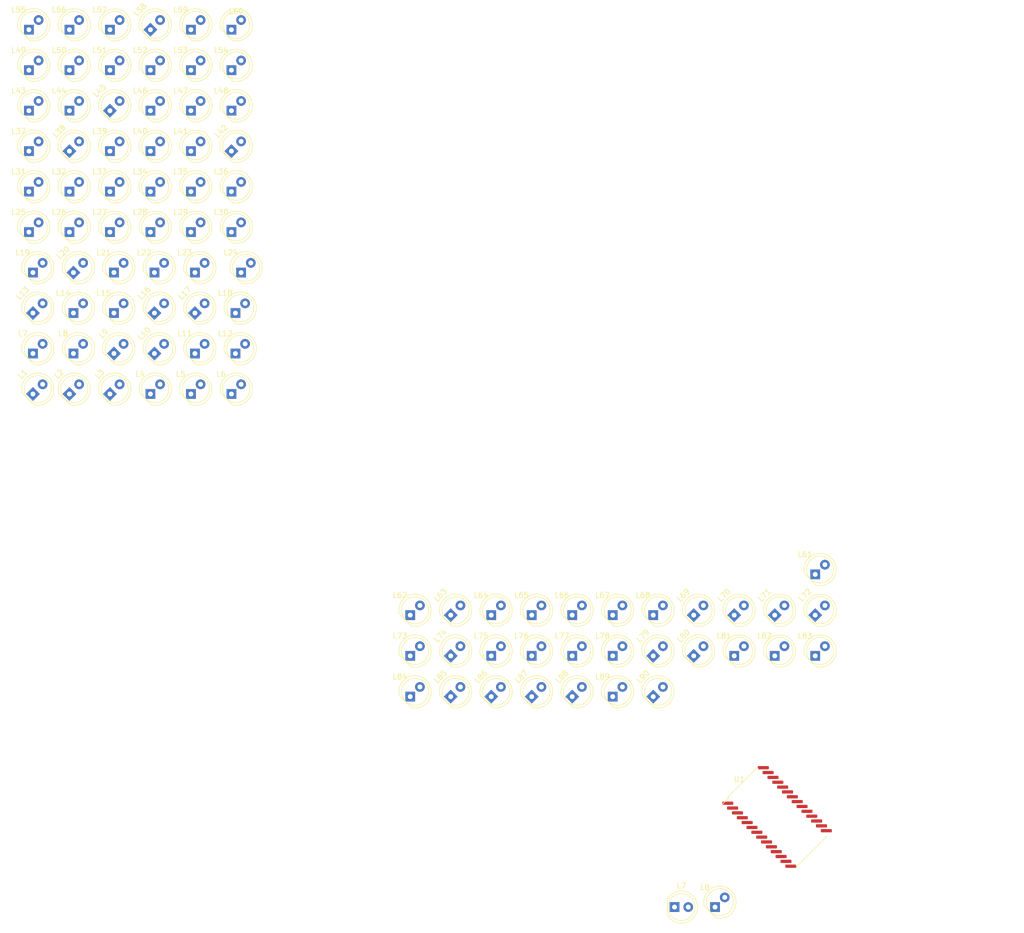
<source format=kicad_pcb>
(kicad_pcb (version 20221018) (generator pcbnew)
  (layers (0 "F.Cu" signal) (31 "B.Cu" signal) (34 "B.Paste" user) (35 "F.Paste" user) (36 "B.SilkS" user "B.Silkscreen") (37 "F.SilkS" user "F.Silkscreen") (38 "B.Mask" user) (39 "F.Mask" user) (44 "Edge.Cuts" user))
  (net 0 "")
  (net 1 "/col_1")
  (net 2 "/row_1")
  (net 3 "/row_2")
  (net 4 "/row_3")
  (net 5 "/row_4")
  (net 6 "/row_5")
  (net 7 "/row_6")
  (net 8 "/row_7")
  (net 9 "/eg8")
  (net 10 "/col_12")
  (net 11 "/col_13")
  (net 12 "/col_14")
  (net 13 "/col_15")
  (net 14 "/col_16")
  (net 15 "GND")
  (net 16 "/din")
  (net 17 "/sclk")
  (net 18 "+5V")
  (net 19 "/col_2")
  (net 20 "/col_3")
  (net 21 "/col_4")
  (net 22 "/col_5")
  (net 23 "/col_6")
  (net 24 "/col_7")
  (net 25 "/col_8")
  (net 26 "/col_9")
  (net 27 "/col_10")
  (net 28 "/col_11")
  (footprint "oomlout_oomp_footprints:l5_7297cd_electronic_led_5_mm" (layer "F.Cu") (at 23.82 20.32 45)
    (fp_text reference "L74" (at 1.27 -3.96 45) (layer "F.SilkS"))
    (fp_text value "l5_electronic_led_5_mm")
    (pad "1" thru_hole rect (at 0 0 45) (size 1.8 1.8) (drill 0.9) (layers "*.Cu" "*.Mask") (net 11 "/col_13"))
    (pad "2" thru_hole circle (at 2.54 0 45) (size 1.8 1.8) (drill 0.9) (layers "*.Cu" "*.Mask") (net 3 "/row_2"))
  )
  (footprint "oomlout_oomp_footprints:l5_7297cd_electronic_led_5_mm" (layer "F.Cu") (at -23.552102 -43.203949 45)
    (fp_text reference "L17" (at 1.27 -3.96 45) (layer "F.SilkS"))
    (fp_text value "l5_electronic_led_5_mm")
    (pad "1" thru_hole rect (at 0 0 45) (size 1.8 1.8) (drill 0.9) (layers "*.Cu" "*.Mask") (net 20 "/col_3"))
    (pad "2" thru_hole circle (at 2.54 0 45) (size 1.8 1.8) (drill 0.9) (layers "*.Cu" "*.Mask") (net 6 "/row_5"))
  )
  (footprint "oomlout_oomp_footprints:l5_7297cd_electronic_led_5_mm" (layer "F.Cu") (at 46.32 27.87 45)
    (fp_text reference "L88" (at 1.27 -3.96 45) (layer "F.SilkS"))
    (fp_text value "l5_electronic_led_5_mm")
    (pad "1" thru_hole rect (at 0 0 45) (size 1.8 1.8) (drill 0.9) (layers "*.Cu" "*.Mask") (net 13 "/col_15"))
    (pad "2" thru_hole circle (at 2.54 0 45) (size 1.8 1.8) (drill 0.9) (layers "*.Cu" "*.Mask") (net 5 "/row_4"))
  )
  (footprint "oomlout_oomp_footprints:l5_7297cd_electronic_led_5_mm" (layer "F.Cu") (at 61.32 27.87 45)
    (fp_text reference "L90" (at 1.27 -3.96 45) (layer "F.SilkS"))
    (fp_text value "l5_electronic_led_5_mm")
    (pad "1" thru_hole rect (at 0 0 45) (size 1.8 1.8) (drill 0.9) (layers "*.Cu" "*.Mask") (net 13 "/col_15"))
    (pad "2" thru_hole circle (at 2.54 0 45) (size 1.8 1.8) (drill 0.9) (layers "*.Cu" "*.Mask") (net 7 "/row_6"))
  )
  (footprint "oomlout_oomp_footprints:l5_7297cd_electronic_led_5_mm" (layer "F.Cu") (at -31.052102 -35.703949 45)
    (fp_text reference "L10" (at 1.27 -3.96 45) (layer "F.SilkS"))
    (fp_text value "l5_electronic_led_5_mm")
    (pad "1" thru_hole rect (at 0 0 45) (size 1.8 1.8) (drill 0.9) (layers "*.Cu" "*.Mask") (net 19 "/col_2"))
    (pad "2" thru_hole circle (at 2.54 0 45) (size 1.8 1.8) (drill 0.9) (layers "*.Cu" "*.Mask") (net 5 "/row_4"))
  )
  (footprint "oomlout_oomp_footprints:l5_7297cd_electronic_led_5_mm" (layer "F.Cu") (at 76.32 12.77 45)
    (fp_text reference "L70" (at 1.27 -3.96 45) (layer "F.SilkS"))
    (fp_text value "l5_electronic_led_5_mm")
    (pad "1" thru_hole rect (at 0 0 45) (size 1.8 1.8) (drill 0.9) (layers "*.Cu" "*.Mask") (net 10 "/col_12"))
    (pad "2" thru_hole circle (at 2.54 0 45) (size 1.8 1.8) (drill 0.9) (layers "*.Cu" "*.Mask") (net 5 "/row_4"))
  )
  (footprint "oomlout_oomp_footprints:l5_7297cd_electronic_led_5_mm" (layer "F.Cu") (at 68.82 20.32 45)
    (fp_text reference "L80" (at 1.27 -3.96 45) (layer "F.SilkS"))
    (fp_text value "l5_electronic_led_5_mm")
    (pad "1" thru_hole rect (at 0 0 45) (size 1.8 1.8) (drill 0.9) (layers "*.Cu" "*.Mask") (net 12 "/col_14"))
    (pad "2" thru_hole circle (at 2.54 0 45) (size 1.8 1.8) (drill 0.9) (layers "*.Cu" "*.Mask") (net 3 "/row_2"))
  )
  (footprint "oomlout_oomp_footprints:l5_7297cd_electronic_led_5_mm" (layer "F.Cu") (at 65.27 66.865)
    (fp_text reference "L7" (at 1.27 -3.96) (layer "F.SilkS"))
    (fp_text value "l5_electronic_led_5_mm")
    (pad "1" thru_hole rect (at 0 0) (size 1.8 1.8) (drill 0.9) (layers "*.Cu" "*.Mask") (net 1 "/col_1"))
    (pad "2" thru_hole circle (at 2.54 0) (size 1.8 1.8) (drill 0.9) (layers "*.Cu" "*.Mask") (net 8 "/row_7"))
  )
  (footprint "oomlout_oomp_footprints:l5_7297cd_electronic_led_5_mm" (layer "F.Cu") (at -53.552102 -43.203949 45)
    (fp_text reference "L13" (at 1.27 -3.96 45) (layer "F.SilkS"))
    (fp_text value "l5_electronic_led_5_mm")
    (pad "1" thru_hole rect (at 0 0 45) (size 1.8 1.8) (drill 0.9) (layers "*.Cu" "*.Mask") (net 20 "/col_3"))
    (pad "2" thru_hole circle (at 2.54 0 45) (size 1.8 1.8) (drill 0.9) (layers "*.Cu" "*.Mask") (net 2 "/row_1"))
  )
  (footprint "oomlout_oomp_footprints:l5_7297cd_electronic_led_5_mm" (layer "F.Cu") (at -38.552102 -35.703949 45)
    (fp_text reference "L9" (at 1.27 -3.96 45) (layer "F.SilkS"))
    (fp_text value "l5_electronic_led_5_mm")
    (pad "1" thru_hole rect (at 0 0 45) (size 1.8 1.8) (drill 0.9) (layers "*.Cu" "*.Mask") (net 19 "/col_2"))
    (pad "2" thru_hole circle (at 2.54 0 45) (size 1.8 1.8) (drill 0.9) (layers "*.Cu" "*.Mask") (net 4 "/row_3"))
  )
  (footprint "oomlout_oomp_footprints:l5_7297cd_electronic_led_5_mm" (layer "F.Cu") (at 31.32 27.87 45)
    (fp_text reference "L86" (at 1.27 -3.96 45) (layer "F.SilkS"))
    (fp_text value "l5_electronic_led_5_mm")
    (pad "1" thru_hole rect (at 0 0 45) (size 1.8 1.8) (drill 0.9) (layers "*.Cu" "*.Mask") (net 13 "/col_15"))
    (pad "2" thru_hole circle (at 2.54 0 45) (size 1.8 1.8) (drill 0.9) (layers "*.Cu" "*.Mask") (net 3 "/row_2"))
  )
  (footprint "oomlout_oomp_footprints:l5_7297cd_electronic_led_5_mm" (layer "F.Cu") (at 83.82 12.77 45)
    (fp_text reference "L71" (at 1.27 -3.96 45) (layer "F.SilkS"))
    (fp_text value "l5_electronic_led_5_mm")
    (pad "1" thru_hole rect (at 0 0 45) (size 1.8 1.8) (drill 0.9) (layers "*.Cu" "*.Mask") (net 10 "/col_12"))
    (pad "2" thru_hole circle (at 2.54 0 45) (size 1.8 1.8) (drill 0.9) (layers "*.Cu" "*.Mask") (net 6 "/row_5"))
  )
  (footprint "oomlout_oomp_footprints:l5_7297cd_electronic_led_5_mm" (layer "F.Cu") (at 68.82 12.77 45)
    (fp_text reference "L69" (at 1.27 -3.96 45) (layer "F.SilkS"))
    (fp_text value "l5_electronic_led_5_mm")
    (pad "1" thru_hole rect (at 0 0 45) (size 1.8 1.8) (drill 0.9) (layers "*.Cu" "*.Mask") (net 10 "/col_12"))
    (pad "2" thru_hole circle (at 2.54 0 45) (size 1.8 1.8) (drill 0.9) (layers "*.Cu" "*.Mask") (net 4 "/row_3"))
  )
  (footprint "oomlout_oomp_footprints:l5_7297cd_electronic_led_5_mm" (layer "F.Cu") (at 91.32 12.77 45)
    (fp_text reference "L72" (at 1.27 -3.96 45) (layer "F.SilkS"))
    (fp_text value "l5_electronic_led_5_mm")
    (pad "1" thru_hole rect (at 0 0 45) (size 1.8 1.8) (drill 0.9) (layers "*.Cu" "*.Mask") (net 10 "/col_12"))
    (pad "2" thru_hole circle (at 2.54 0 45) (size 1.8 1.8) (drill 0.9) (layers "*.Cu" "*.Mask") (net 7 "/row_6"))
  )
  (footprint "oomlout_oomp_footprints:l5_7297cd_electronic_led_5_mm" (layer "F.Cu") (at 23.82 12.77 45)
    (fp_text reference "L63" (at 1.27 -3.96 45) (layer "F.SilkS"))
    (fp_text value "l5_electronic_led_5_mm")
    (pad "1" thru_hole rect (at 0 0 45) (size 1.8 1.8) (drill 0.9) (layers "*.Cu" "*.Mask") (net 28 "/col_11"))
    (pad "2" thru_hole circle (at 2.54 0 45) (size 1.8 1.8) (drill 0.9) (layers "*.Cu" "*.Mask") (net 4 "/row_3"))
  )
  (footprint "oomlout_oomp_footprints:l5_7297cd_electronic_led_5_mm" (layer "F.Cu") (at -46.052102 -50.703949 45)
    (fp_text reference "L20" (at 1.27 -3.96 45) (layer "F.SilkS"))
    (fp_text value "l5_electronic_led_5_mm")
    (pad "1" thru_hole rect (at 0 0 45) (size 1.8 1.8) (drill 0.9) (layers "*.Cu" "*.Mask") (net 21 "/col_4"))
    (pad "2" thru_hole circle (at 2.54 0 45) (size 1.8 1.8) (drill 0.9) (layers "*.Cu" "*.Mask") (net 3 "/row_2"))
  )
  (footprint "oomlout_oomp_footprints:l5_7297cd_electronic_led_5_mm" (layer "F.Cu") (at 38.82 27.87 45)
    (fp_text reference "L87" (at 1.27 -3.96 45) (layer "F.SilkS"))
    (fp_text value "l5_electronic_led_5_mm")
    (pad "1" thru_hole rect (at 0 0 45) (size 1.8 1.8) (drill 0.9) (layers "*.Cu" "*.Mask") (net 13 "/col_15"))
    (pad "2" thru_hole circle (at 2.54 0 45) (size 1.8 1.8) (drill 0.9) (layers "*.Cu" "*.Mask") (net 4 "/row_3"))
  )
  (footprint "oomlout_oomp_footprints:l5_7297cd_electronic_led_5_mm" (layer "F.Cu") (at -31.796051 -95.703949 45)
    (fp_text reference "L58" (at 1.27 -3.96 45) (layer "F.SilkS"))
    (fp_text value "l5_electronic_led_5_mm")
    (pad "1" thru_hole rect (at 0 0 45) (size 1.8 1.8) (drill 0.9) (layers "*.Cu" "*.Mask") (net 27 "/col_10"))
    (pad "2" thru_hole circle (at 2.54 0 45) (size 1.8 1.8) (drill 0.9) (layers "*.Cu" "*.Mask") (net 5 "/row_4"))
  )
  (footprint "oomlout_oomp_footprints:l5_7297cd_electronic_led_5_mm" (layer "F.Cu") (at -16.796051 -73.203949 45)
    (fp_text reference "L42" (at 1.27 -3.96 45) (layer "F.SilkS"))
    (fp_text value "l5_electronic_led_5_mm")
    (pad "1" thru_hole rect (at 0 0 45) (size 1.8 1.8) (drill 0.9) (layers "*.Cu" "*.Mask") (net 24 "/col_7"))
    (pad "2" thru_hole circle (at 2.54 0 45) (size 1.8 1.8) (drill 0.9) (layers "*.Cu" "*.Mask") (net 7 "/row_6"))
  )
  (footprint "oomlout_oomp_footprints:l5_7297cd_electronic_led_5_mm" (layer "F.Cu") (at -31.052102 -43.203949 45)
    (fp_text reference "L16" (at 1.27 -3.96 45) (layer "F.SilkS"))
    (fp_text value "l5_electronic_led_5_mm")
    (pad "1" thru_hole rect (at 0 0 45) (size 1.8 1.8) (drill 0.9) (layers "*.Cu" "*.Mask") (net 20 "/col_3"))
    (pad "2" thru_hole circle (at 2.54 0 45) (size 1.8 1.8) (drill 0.9) (layers "*.Cu" "*.Mask") (net 5 "/row_4"))
  )
  (footprint "oomlout_oomp_footprints:l5_7297cd_electronic_led_5_mm" (layer "F.Cu") (at 61.32 20.32 45)
    (fp_text reference "L79" (at 1.27 -3.96 45) (layer "F.SilkS"))
    (fp_text value "l5_electronic_led_5_mm")
    (pad "1" thru_hole rect (at 0 0 45) (size 1.8 1.8) (drill 0.9) (layers "*.Cu" "*.Mask") (net 12 "/col_14"))
    (pad "2" thru_hole circle (at 2.54 0 45) (size 1.8 1.8) (drill 0.9) (layers "*.Cu" "*.Mask") (net 2 "/row_1"))
  )
  (footprint "oomlout_oomp_footprints:l5_7297cd_electronic_led_5_mm" (layer "F.Cu") (at -39.296051 -80.703949 45)
    (fp_text reference "L45" (at 1.27 -3.96 45) (layer "F.SilkS"))
    (fp_text value "l5_electronic_led_5_mm")
    (pad "1" thru_hole rect (at 0 0 45) (size 1.8 1.8) (drill 0.9) (layers "*.Cu" "*.Mask") (net 25 "/col_8"))
    (pad "2" thru_hole circle (at 2.54 0 45) (size 1.8 1.8) (drill 0.9) (layers "*.Cu" "*.Mask") (net 4 "/row_3"))
  )
  (footprint "oomlout_oomp_footprints:l5_7297cd_electronic_led_5_mm" (layer "F.Cu") (at -46.796051 -73.203949 45)
    (fp_text reference "L38" (at 1.27 -3.96 45) (layer "F.SilkS"))
    (fp_text value "l5_electronic_led_5_mm")
    (pad "1" thru_hole rect (at 0 0 45) (size 1.8 1.8) (drill 0.9) (layers "*.Cu" "*.Mask") (net 24 "/col_7"))
    (pad "2" thru_hole circle (at 2.54 0 45) (size 1.8 1.8) (drill 0.9) (layers "*.Cu" "*.Mask") (net 3 "/row_2"))
  )
  (footprint "oomlout_oomp_footprints:l5_7297cd_electronic_led_5_mm" (layer "F.Cu") (at 23.82 27.87 45)
    (fp_text reference "L85" (at 1.27 -3.96 45) (layer "F.SilkS"))
    (fp_text value "l5_electronic_led_5_mm")
    (pad "1" thru_hole rect (at 0 0 45) (size 1.8 1.8) (drill 0.9) (layers "*.Cu" "*.Mask") (net 13 "/col_15"))
    (pad "2" thru_hole circle (at 2.54 0 45) (size 1.8 1.8) (drill 0.9) (layers "*.Cu" "*.Mask") (net 2 "/row_1"))
  )
  (footprint "oomlout_oomp_footprints:l5_7297cd_electronic_led_5_mm" (layer "F.Cu") (at -53.552102 -28.203949 45)
    (fp_text reference "L1" (at 1.27 -3.96 45) (layer "F.SilkS"))
    (fp_text value "l5_electronic_led_5_mm")
    (pad "1" thru_hole rect (at 0 0 45) (size 1.8 1.8) (drill 0.9) (layers "*.Cu" "*.Mask") (net 1 "/col_1"))
    (pad "2" thru_hole circle (at 2.54 0 45) (size 1.8 1.8) (drill 0.9) (layers "*.Cu" "*.Mask") (net 2 "/row_1"))
  )
  (footprint "oomlout_oomp_footprints:l5_7297cd_electronic_led_5_mm" (layer "F.Cu") (at 91.32 5.22 45)
    (fp_text reference "L61" (at 1.27 -3.96) (layer "F.SilkS"))
    (fp_text value "l5_electronic_led_5_mm")
    (pad "1" thru_hole rect (at 0 0) (size 1.8 1.8) (drill 0.9) (layers "*.Cu" "*.Mask") (net 28 "/col_11"))
    (pad "2" thru_hole circle (at 2.54 0) (size 1.8 1.8) (drill 0.9) (layers "*.Cu" "*.Mask") (net 2 "/row_1"))
  )
  (footprint "oomlout_oomp_footprints:l5_7297cd_electronic_led_5_mm" (layer "F.Cu") (at 53.82 27.87 45)
    (fp_text reference "L89" (at 1.27 -3.96) (layer "F.SilkS"))
    (fp_text value "l5_electronic_led_5_mm")
    (pad "1" thru_hole rect (at 0 0) (size 1.8 1.8) (drill 0.9) (layers "*.Cu" "*.Mask") (net 13 "/col_15"))
    (pad "2" thru_hole circle (at 2.54 0) (size 1.8 1.8) (drill 0.9) (layers "*.Cu" "*.Mask") (net 6 "/row_5"))
  )
  (footprint "oomlout_oomp_footprints:l5_7297cd_electronic_led_5_mm" (layer "F.Cu") (at -31.796051 -28.203949 45)
    (fp_text reference "L4" (at 1.27 -3.96) (layer "F.SilkS"))
    (fp_text value "l5_electronic_led_5_mm")
    (pad "1" thru_hole rect (at 0 0) (size 1.8 1.8) (drill 0.9) (layers "*.Cu" "*.Mask") (net 1 "/col_1"))
    (pad "2" thru_hole circle (at 2.54 0) (size 1.8 1.8) (drill 0.9) (layers "*.Cu" "*.Mask") (net 5 "/row_4"))
  )
  (footprint "oomlout_oomp_footprints:l5_7297cd_electronic_led_5_mm" (layer "F.Cu") (at -46.796051 -88.203949 45)
    (fp_text reference "L50" (at 1.27 -3.96) (layer "F.SilkS"))
    (fp_text value "l5_electronic_led_5_mm")
    (pad "1" thru_hole rect (at 0 0) (size 1.8 1.8) (drill 0.9) (layers "*.Cu" "*.Mask") (net 26 "/col_9"))
    (pad "2" thru_hole circle (at 2.54 0) (size 1.8 1.8) (drill 0.9) (layers "*.Cu" "*.Mask") (net 3 "/row_2"))
  )
  (footprint "oomlout_oomp_footprints:l5_7297cd_electronic_led_5_mm" (layer "F.Cu") (at 31.32 20.32 45)
    (fp_text reference "L75" (at 1.27 -3.96) (layer "F.SilkS"))
    (fp_text value "l5_electronic_led_5_mm")
    (pad "1" thru_hole rect (at 0 0) (size 1.8 1.8) (drill 0.9) (layers "*.Cu" "*.Mask") (net 11 "/col_13"))
    (pad "2" thru_hole circle (at 2.54 0) (size 1.8 1.8) (drill 0.9) (layers "*.Cu" "*.Mask") (net 4 "/row_3"))
  )
  (footprint "oomlout_oomp_footprints:l5_7297cd_electronic_led_5_mm" (layer "F.Cu") (at -39.296051 -28.203949 45)
    (fp_text reference "L3" (at 1.27 -3.96 45) (layer "F.SilkS"))
    (fp_text value "l5_electronic_led_5_mm")
    (pad "1" thru_hole rect (at 0 0 45) (size 1.8 1.8) (drill 0.9) (layers "*.Cu" "*.Mask") (net 1 "/col_1"))
    (pad "2" thru_hole circle (at 2.54 0 45) (size 1.8 1.8) (drill 0.9) (layers "*.Cu" "*.Mask") (net 4 "/row_3"))
  )
  (footprint "oomlout_oomp_footprints:l5_7297cd_electronic_led_5_mm" (layer "F.Cu") (at 38.82 20.32 45)
    (fp_text reference "L76" (at 1.27 -3.96) (layer "F.SilkS"))
    (fp_text value "l5_electronic_led_5_mm")
    (pad "1" thru_hole rect (at 0 0) (size 1.8 1.8) (drill 0.9) (layers "*.Cu" "*.Mask") (net 11 "/col_13"))
    (pad "2" thru_hole circle (at 2.54 0) (size 1.8 1.8) (drill 0.9) (layers "*.Cu" "*.Mask") (net 5 "/row_4"))
  )
  (footprint "oomlout_oomp_footprints:l5_7297cd_electronic_led_5_mm" (layer "F.Cu") (at -39.296051 -58.203949 45)
    (fp_text reference "L27" (at 1.27 -3.96) (layer "F.SilkS"))
    (fp_text value "l5_electronic_led_5_mm")
    (pad "1" thru_hole rect (at 0 0) (size 1.8 1.8) (drill 0.9) (layers "*.Cu" "*.Mask") (net 22 "/col_5"))
    (pad "2" thru_hole circle (at 2.54 0) (size 1.8 1.8) (drill 0.9) (layers "*.Cu" "*.Mask") (net 4 "/row_3"))
  )
  (footprint "oomlout_oomp_footprints:l5_7297cd_electronic_led_5_mm" (layer "F.Cu") (at -53.552102 -35.703949 45)
    (fp_text reference "L7" (at 1.27 -3.96) (layer "F.SilkS"))
    (fp_text value "l5_electronic_led_5_mm")
    (pad "1" thru_hole rect (at 0 0) (size 1.8 1.8) (drill 0.9) (layers "*.Cu" "*.Mask") (net 19 "/col_2"))
    (pad "2" thru_hole circle (at 2.54 0) (size 1.8 1.8) (drill 0.9) (layers "*.Cu" "*.Mask") (net 2 "/row_1"))
  )
  (footprint "oomlout_oomp_footprints:l5_7297cd_electronic_led_5_mm" (layer "F.Cu") (at 31.32 12.77 45)
    (fp_text reference "L64" (at 1.27 -3.96) (layer "F.SilkS"))
    (fp_text value "l5_electronic_led_5_mm")
    (pad "1" thru_hole rect (at 0 0) (size 1.8 1.8) (drill 0.9) (layers "*.Cu" "*.Mask") (net 28 "/col_11"))
    (pad "2" thru_hole circle (at 2.54 0) (size 1.8 1.8) (drill 0.9) (layers "*.Cu" "*.Mask") (net 5 "/row_4"))
  )
  (footprint "oomlout_oomp_footprints:l5_7297cd_electronic_led_5_mm" (layer "F.Cu") (at -24.296051 -65.703949 45)
    (fp_text reference "L35" (at 1.27 -3.96) (layer "F.SilkS"))
    (fp_text value "l5_electronic_led_5_mm")
    (pad "1" thru_hole rect (at 0 0) (size 1.8 1.8) (drill 0.9) (layers "*.Cu" "*.Mask") (net 23 "/col_6"))
    (pad "2" thru_hole circle (at 2.54 0) (size 1.8 1.8) (drill 0.9) (layers "*.Cu" "*.Mask") (net 6 "/row_5"))
  )
  (footprint "oomlout_oomp_footprints:l5_7297cd_electronic_led_5_mm" (layer "F.Cu") (at -16.052102 -35.703949 45)
    (fp_text reference "L12" (at 1.27 -3.96) (layer "F.SilkS"))
    (fp_text value "l5_electronic_led_5_mm")
    (pad "1" thru_hole rect (at 0 0) (size 1.8 1.8) (drill 0.9) (layers "*.Cu" "*.Mask") (net 19 "/col_2"))
    (pad "2" thru_hole circle (at 2.54 0) (size 1.8 1.8) (drill 0.9) (layers "*.Cu" "*.Mask") (net 7 "/row_6"))
  )
  (footprint "oomlout_oomp_footprints:l5_7297cd_electronic_led_5_mm" (layer "F.Cu") (at 38.82 12.77 45)
    (fp_text reference "L65" (at 1.27 -3.96) (layer "F.SilkS"))
    (fp_text value "l5_electronic_led_5_mm")
    (pad "1" thru_hole rect (at 0 0) (size 1.8 1.8) (drill 0.9) (layers "*.Cu" "*.Mask") (net 28 "/col_11"))
    (pad "2" thru_hole circle (at 2.54 0) (size 1.8 1.8) (drill 0.9) (layers "*.Cu" "*.Mask") (net 6 "/row_5"))
  )
  (footprint "oomlout_oomp_footprints:l5_7297cd_electronic_led_5_mm" (layer "F.Cu") (at -24.296051 -88.203949 45)
    (fp_text reference "L53" (at 1.27 -3.96) (layer "F.SilkS"))
    (fp_text value "l5_electronic_led_5_mm")
    (pad "1" thru_hole rect (at 0 0) (size 1.8 1.8) (drill 0.9) (layers "*.Cu" "*.Mask") (net 26 "/col_9"))
    (pad "2" thru_hole circle (at 2.54 0) (size 1.8 1.8) (drill 0.9) (layers "*.Cu" "*.Mask") (net 6 "/row_5"))
  )
  (footprint "oomlout_oomp_footprints:l5_7297cd_electronic_led_5_mm" (layer "F.Cu") (at -16.796051 -95.703949 45)
    (fp_text reference "L60" (at 3.037768 -1.767767) (layer "F.SilkS"))
    (fp_text value "l5_electronic_led_5_mm")
    (pad "1" thru_hole rect (at 0 0) (size 1.8 1.8) (drill 0.9) (layers "*.Cu" "*.Mask") (net 27 "/col_10"))
    (pad "2" thru_hole circle (at 2.54 0) (size 1.8 1.8) (drill 0.9) (layers "*.Cu" "*.Mask") (net 7 "/row_6"))
  )
  (footprint "oomlout_oomp_footprints:l5_7297cd_electronic_led_5_mm" (layer "F.Cu") (at 53.82 20.32 45)
    (fp_text reference "L78" (at 1.27 -3.96) (layer "F.SilkS"))
    (fp_text value "l5_electronic_led_5_mm")
    (pad "1" thru_hole rect (at 0 0) (size 1.8 1.8) (drill 0.9) (layers "*.Cu" "*.Mask") (net 11 "/col_13"))
    (pad "2" thru_hole circle (at 2.54 0) (size 1.8 1.8) (drill 0.9) (layers "*.Cu" "*.Mask") (net 7 "/row_6"))
  )
  (footprint "oomlout_oomp_footprints:l5_7297cd_electronic_led_5_mm" (layer "F.Cu") (at -23.552102 -50.703949 45)
    (fp_text reference "L23" (at 1.27 -3.96) (layer "F.SilkS"))
    (fp_text value "l5_electronic_led_5_mm")
    (pad "1" thru_hole rect (at 0 0) (size 1.8 1.8) (drill 0.9) (layers "*.Cu" "*.Mask") (net 21 "/col_4"))
    (pad "2" thru_hole circle (at 2.54 0) (size 1.8 1.8) (drill 0.9) (layers "*.Cu" "*.Mask") (net 6 "/row_5"))
  )
  (footprint "oomlout_oomp_footprints:l5_7297cd_electronic_led_5_mm" (layer "F.Cu") (at -24.296051 -73.203949 45)
    (fp_text reference "L41" (at 1.27 -3.96) (layer "F.SilkS"))
    (fp_text value "l5_electronic_led_5_mm")
    (pad "1" thru_hole rect (at 0 0) (size 1.8 1.8) (drill 0.9) (layers "*.Cu" "*.Mask") (net 24 "/col_7"))
    (pad "2" thru_hole circle (at 2.54 0) (size 1.8 1.8) (drill 0.9) (layers "*.Cu" "*.Mask") (net 6 "/row_5"))
  )
  (footprint "oomlout_oomp_footprints:l5_7297cd_electronic_led_5_mm" (layer "F.Cu") (at 91.32 20.32 45)
    (fp_text reference "L83" (at 1.27 -3.96) (layer "F.SilkS"))
    (fp_text value "l5_electronic_led_5_mm")
    (pad "1" thru_hole rect (at 0 0) (size 1.8 1.8) (drill 0.9) (layers "*.Cu" "*.Mask") (net 12 "/col_14"))
    (pad "2" thru_hole circle (at 2.54 0) (size 1.8 1.8) (drill 0.9) (layers "*.Cu" "*.Mask") (net 6 "/row_5"))
  )
  (footprint "oomlout_oomp_footprints:l5_7297cd_electronic_led_5_mm" (layer "F.Cu") (at 72.77 66.865 45)
    (fp_text reference "L8" (at 1.27 -3.96) (layer "F.SilkS"))
    (fp_text value "l5_electronic_led_5_mm")
    (pad "1" thru_hole rect (at 0 0) (size 1.8 1.8) (drill 0.9) (layers "*.Cu" "*.Mask") (net 1 "/col_1"))
    (pad "2" thru_hole circle (at 2.54 0) (size 1.8 1.8) (drill 0.9) (layers "*.Cu" "*.Mask") (net 9 "/eg8"))
  )
  (footprint "oomlout_oomp_footprints:l5_7297cd_electronic_led_5_mm" (layer "F.Cu") (at -46.796051 -28.203949 45)
    (fp_text reference "L2" (at 1.27 -3.96 45) (layer "F.SilkS"))
    (fp_text value "l5_electronic_led_5_mm")
    (pad "1" thru_hole rect (at 0 0 45) (size 1.8 1.8) (drill 0.9) (layers "*.Cu" "*.Mask") (net 1 "/col_1"))
    (pad "2" thru_hole circle (at 2.54 0 45) (size 1.8 1.8) (drill 0.9) (layers "*.Cu" "*.Mask") (net 3 "/row_2"))
  )
  (footprint "oomlout_oomp_footprints:l5_7297cd_electronic_led_5_mm" (layer "F.Cu") (at -38.552102 -43.203949 45)
    (fp_text reference "L15" (at 1.27 -3.96) (layer "F.SilkS"))
    (fp_text value "l5_electronic_led_5_mm")
    (pad "1" thru_hole rect (at 0 0) (size 1.8 1.8) (drill 0.9) (layers "*.Cu" "*.Mask") (net 20 "/col_3"))
    (pad "2" thru_hole circle (at 2.54 0) (size 1.8 1.8) (drill 0.9) (layers "*.Cu" "*.Mask") (net 4 "/row_3"))
  )
  (footprint "oomlout_oomp_footprints:l5_7297cd_electronic_led_5_mm" (layer "F.Cu") (at -16.796051 -28.203949 45)
    (fp_text reference "L6" (at 1.27 -3.96) (layer "F.SilkS"))
    (fp_text value "l5_electronic_led_5_mm")
    (pad "1" thru_hole rect (at 0 0) (size 1.8 1.8) (drill 0.9) (layers "*.Cu" "*.Mask") (net 1 "/col_1"))
    (pad "2" thru_hole circle (at 2.54 0) (size 1.8 1.8) (drill 0.9) (layers "*.Cu" "*.Mask") (net 7 "/row_6"))
  )
  (footprint "oomlout_oomp_footprints:l5_7297cd_electronic_led_5_mm" (layer "F.Cu") (at -31.052102 -50.703949 45)
    (fp_text reference "L22" (at 1.27 -3.96) (layer "F.SilkS"))
    (fp_text value "l5_electronic_led_5_mm")
    (pad "1" thru_hole rect (at 0 0) (size 1.8 1.8) (drill 0.9) (layers "*.Cu" "*.Mask") (net 21 "/col_4"))
    (pad "2" thru_hole circle (at 2.54 0) (size 1.8 1.8) (drill 0.9) (layers "*.Cu" "*.Mask") (net 5 "/row_4"))
  )
  (footprint "oomlout_oomp_footprints:l5_7297cd_electronic_led_5_mm" (layer "F.Cu") (at -16.796051 -80.703949 45)
    (fp_text reference "L48" (at 1.27 -3.96) (layer "F.SilkS"))
    (fp_text value "l5_electronic_led_5_mm")
    (pad "1" thru_hole rect (at 0 0) (size 1.8 1.8) (drill 0.9) (layers "*.Cu" "*.Mask") (net 25 "/col_8"))
    (pad "2" thru_hole circle (at 2.54 0) (size 1.8 1.8) (drill 0.9) (layers "*.Cu" "*.Mask") (net 7 "/row_6"))
  )
  (footprint "oomlout_oomp_footprints:l5_7297cd_electronic_led_5_mm" (layer "F.Cu") (at -54.296051 -95.703949 45)
    (fp_text reference "L55" (at 1.27 -3.96) (layer "F.SilkS"))
    (fp_text value "l5_electronic_led_5_mm")
    (pad "1" thru_hole rect (at 0 0) (size 1.8 1.8) (drill 0.9) (layers "*.Cu" "*.Mask") (net 27 "/col_10"))
    (pad "2" thru_hole circle (at 2.54 0) (size 1.8 1.8) (drill 0.9) (layers "*.Cu" "*.Mask") (net 2 "/row_1"))
  )
  (footprint "oomlout_oomp_footprints:l5_7297cd_electronic_led_5_mm" (layer "F.Cu") (at 46.32 12.77 45)
    (fp_text reference "L66" (at 1.27 -3.96) (layer "F.SilkS"))
    (fp_text value "l5_electronic_led_5_mm")
    (pad "1" thru_hole rect (at 0 0) (size 1.8 1.8) (drill 0.9) (layers "*.Cu" "*.Mask") (net 28 "/col_11"))
    (pad "2" thru_hole circle (at 2.54 0) (size 1.8 1.8) (drill 0.9) (layers "*.Cu" "*.Mask") (net 7 "/row_6"))
  )
  (footprint "oomlout_oomp_footprints:l5_7297cd_electronic_led_5_mm" (layer "F.Cu") (at -24.296051 -28.203949 45)
    (fp_text reference "L5" (at 1.27 -3.96) (layer "F.SilkS"))
    (fp_text value "l5_electronic_led_5_mm")
    (pad "1" thru_hole rect (at 0 0) (size 1.8 1.8) (drill 0.9) (layers "*.Cu" "*.Mask") (net 1 "/col_1"))
    (pad "2" thru_hole circle (at 2.54 0) (size 1.8 1.8) (drill 0.9) (layers "*.Cu" "*.Mask") (net 6 "/row_5"))
  )
  (footprint "oomlout_oomp_footprints:l5_7297cd_electronic_led_5_mm" (layer "F.Cu") (at -31.796051 -65.703949 45)
    (fp_text reference "L34" (at 1.27 -3.96) (layer "F.SilkS"))
    (fp_text value "l5_electronic_led_5_mm")
    (pad "1" thru_hole rect (at 0 0) (size 1.8 1.8) (drill 0.9) (layers "*.Cu" "*.Mask") (net 23 "/col_6"))
    (pad "2" thru_hole circle (at 2.54 0) (size 1.8 1.8) (drill 0.9) (layers "*.Cu" "*.Mask") (net 5 "/row_4"))
  )
  (footprint "oomlout_oomp_footprints:l5_7297cd_electronic_led_5_mm" (layer "F.Cu") (at -16.796051 -58.203949 45)
    (fp_text reference "L30" (at 1.27 -3.96) (layer "F.SilkS"))
    (fp_text value "l5_electronic_led_5_mm")
    (pad "1" thru_hole rect (at 0 0) (size 1.8 1.8) (drill 0.9) (layers "*.Cu" "*.Mask") (net 22 "/col_5"))
    (pad "2" thru_hole circle (at 2.54 0) (size 1.8 1.8) (drill 0.9) (layers "*.Cu" "*.Mask") (net 7 "/row_6"))
  )
  (footprint "oomlout_oomp_footprints:l5_7297cd_electronic_led_5_mm" (layer "F.Cu") (at -24.296051 -95.703949 45)
    (fp_text reference "L59" (at 1.27 -3.96) (layer "F.SilkS"))
    (fp_text value "l5_electronic_led_5_mm")
    (pad "1" thru_hole rect (at 0 0) (size 1.8 1.8) (drill 0.9) (layers "*.Cu" "*.Mask") (net 27 "/col_10"))
    (pad "2" thru_hole circle (at 2.54 0) (size 1.8 1.8) (drill 0.9) (layers "*.Cu" "*.Mask") (net 6 "/row_5"))
  )
  (footprint "oomlout_oomp_footprints:l5_7297cd_electronic_led_5_mm" (layer "F.Cu") (at -23.552102 -35.703949 45)
    (fp_text reference "L11" (at 1.27 -3.96) (layer "F.SilkS"))
    (fp_text value "l5_electronic_led_5_mm")
    (pad "1" thru_hole rect (at 0 0) (size 1.8 1.8) (drill 0.9) (layers "*.Cu" "*.Mask") (net 19 "/col_2"))
    (pad "2" thru_hole circle (at 2.54 0) (size 1.8 1.8) (drill 0.9) (layers "*.Cu" "*.Mask") (net 6 "/row_5"))
  )
  (footprint "oomlout_oomp_footprints:l5_7297cd_electronic_led_5_mm" (layer "F.Cu") (at -31.796051 -80.703949 45)
    (fp_text reference "L46" (at 1.27 -3.96) (layer "F.SilkS"))
    (fp_text value "l5_electronic_led_5_mm")
    (pad "1" thru_hole rect (at 0 0) (size 1.8 1.8) (drill 0.9) (layers "*.Cu" "*.Mask") (net 25 "/col_8"))
    (pad "2" thru_hole circle (at 2.54 0) (size 1.8 1.8) (drill 0.9) (layers "*.Cu" "*.Mask") (net 5 "/row_4"))
  )
  (footprint "oomlout_oomp_footprints:l5_7297cd_electronic_led_5_mm" (layer "F.Cu") (at 83.82 20.32 45)
    (fp_text reference "L82" (at 1.27 -3.96) (layer "F.SilkS"))
    (fp_text value "l5_electronic_led_5_mm")
    (pad "1" thru_hole rect (at 0 0) (size 1.8 1.8) (drill 0.9) (layers "*.Cu" "*.Mask") (net 12 "/col_14"))
    (pad "2" thru_hole circle (at 2.54 0) (size 1.8 1.8) (drill 0.9) (layers "*.Cu" "*.Mask") (net 5 "/row_4"))
  )
  (footprint "oomlout_oomp_footprints:l5_7297cd_electronic_led_5_mm" (layer "F.Cu") (at -53.552102 -50.703949 45)
    (fp_text reference "L19" (at 1.27 -3.96) (layer "F.SilkS"))
    (fp_text value "l5_electronic_led_5_mm")
    (pad "1" thru_hole rect (at 0 0) (size 1.8 1.8) (drill 0.9) (layers "*.Cu" "*.Mask") (net 21 "/col_4"))
    (pad "2" thru_hole circle (at 2.54 0) (size 1.8 1.8) (drill 0.9) (layers "*.Cu" "*.Mask") (net 2 "/row_1"))
  )
  (footprint "oomlout_oomp_footprints:l5_7297cd_electronic_led_5_mm" (layer "F.Cu") (at 16.32 20.32 45)
    (fp_text reference "L73" (at 1.27 -3.96) (layer "F.SilkS"))
    (fp_text value "l5_electronic_led_5_mm")
    (pad "1" thru_hole rect (at 0 0) (size 1.8 1.8) (drill 0.9) (layers "*.Cu" "*.Mask") (net 11 "/col_13"))
    (pad "2" thru_hole circle (at 2.54 0) (size 1.8 1.8) (drill 0.9) (layers "*.Cu" "*.Mask") (net 2 "/row_1"))
  )
  (footprint "oomlout_oomp_footprints:l5_7297cd_electronic_led_5_mm" (layer "F.Cu") (at -46.796051 -80.703949 45)
    (fp_text reference "L44" (at 1.27 -3.96) (layer "F.SilkS"))
    (fp_text value "l5_electronic_led_5_mm")
    (pad "1" thru_hole rect (at 0 0) (size 1.8 1.8) (drill 0.9) (layers "*.Cu" "*.Mask") (net 25 "/col_8"))
    (pad "2" thru_hole circle (at 2.54 0) (size 1.8 1.8) (drill 0.9) (layers "*.Cu" "*.Mask") (net 3 "/row_2"))
  )
  (footprint "oomlout_oomp_footprints:l5_7297cd_electronic_led_5_mm" (layer "F.Cu") (at -39.296051 -65.703949 45)
    (fp_text reference "L33" (at 1.27 -3.96) (layer "F.SilkS"))
    (fp_text value "l5_electronic_led_5_mm")
    (pad "1" thru_hole rect (at 0 0) (size 1.8 1.8) (drill 0.9) (layers "*.Cu" "*.Mask") (net 23 "/col_6"))
    (pad "2" thru_hole circle (at 2.54 0) (size 1.8 1.8) (drill 0.9) (layers "*.Cu" "*.Mask") (net 4 "/row_3"))
  )
  (footprint "oomlout_oomp_footprints:l5_7297cd_electronic_led_5_mm" (layer "F.Cu") (at -38.552102 -50.703949 45)
    (fp_text reference "L21" (at 1.27 -3.96) (layer "F.SilkS"))
    (fp_text value "l5_electronic_led_5_mm")
    (pad "1" thru_hole rect (at 0 0) (size 1.8 1.8) (drill 0.9) (layers "*.Cu" "*.Mask") (net 21 "/col_4"))
    (pad "2" thru_hole circle (at 2.54 0) (size 1.8 1.8) (drill 0.9) (layers "*.Cu" "*.Mask") (net 4 "/row_3"))
  )
  (footprint "oomlout_oomp_footprints:l5_7297cd_electronic_led_5_mm" (layer "F.Cu") (at -54.296051 -65.703949 45)
    (fp_text reference "L31" (at 1.27 -3.96) (layer "F.SilkS"))
    (fp_text value "l5_electronic_led_5_mm")
    (pad "1" thru_hole rect (at 0 0) (size 1.8 1.8) (drill 0.9) (layers "*.Cu" "*.Mask") (net 23 "/col_6"))
    (pad "2" thru_hole circle (at 2.54 0) (size 1.8 1.8) (drill 0.9) (layers "*.Cu" "*.Mask") (net 2 "/row_1"))
  )
  (footprint "oomlout_oomp_footprints:l5_7297cd_electronic_led_5_mm" (layer "F.Cu") (at -54.296051 -58.203949 45)
    (fp_text reference "L25" (at 1.27 -3.96) (layer "F.SilkS"))
    (fp_text value "l5_electronic_led_5_mm")
    (pad "1" thru_hole rect (at 0 0) (size 1.8 1.8) (drill 0.9) (layers "*.Cu" "*.Mask") (net 22 "/col_5"))
    (pad "2" thru_hole circle (at 2.54 0) (size 1.8 1.8) (drill 0.9) (layers "*.Cu" "*.Mask") (net 2 "/row_1"))
  )
  (footprint "oomlout_oomp_footprints:l5_7297cd_electronic_led_5_mm" (layer "F.Cu") (at -31.796051 -73.203949 45)
    (fp_text reference "L40" (at 1.27 -3.96) (layer "F.SilkS"))
    (fp_text value "l5_electronic_led_5_mm")
    (pad "1" thru_hole rect (at 0 0) (size 1.8 1.8) (drill 0.9) (layers "*.Cu" "*.Mask") (net 24 "/col_7"))
    (pad "2" thru_hole circle (at 2.54 0) (size 1.8 1.8) (drill 0.9) (layers "*.Cu" "*.Mask") (net 5 "/row_4"))
  )
  (footprint "oomlout_oomp_footprints:l5_7297cd_electronic_led_5_mm" (layer "F.Cu") (at -15 -50.703949 45)
    (fp_text reference "L24" (at 1.27 -3.96) (layer "F.SilkS"))
    (fp_text value "l5_electronic_led_5_mm")
    (pad "1" thru_hole rect (at 0 0) (size 1.8 1.8) (drill 0.9) (layers "*.Cu" "*.Mask") (net 21 "/col_4"))
    (pad "2" thru_hole circle (at 2.54 0) (size 1.8 1.8) (drill 0.9) (layers "*.Cu" "*.Mask") (net 7 "/row_6"))
  )
  (footprint "oomlout_oomp_footprints:l5_7297cd_electronic_led_5_mm" (layer "F.Cu") (at -39.296051 -95.703949 45)
    (fp_text reference "L57" (at 1.27 -3.96) (layer "F.SilkS"))
    (fp_text value "l5_electronic_led_5_mm")
    (pad "1" thru_hole rect (at 0 0) (size 1.8 1.8) (drill 0.9) (layers "*.Cu" "*.Mask") (net 27 "/col_10"))
    (pad "2" thru_hole circle (at 2.54 0) (size 1.8 1.8) (drill 0.9) (layers "*.Cu" "*.Mask") (net 4 "/row_3"))
  )
  (footprint "oomlout_oomp_footprints:l5_7297cd_electronic_led_5_mm" (layer "F.Cu") (at -54.296051 -80.703949 45)
    (fp_text reference "L43" (at 1.27 -3.96) (layer "F.SilkS"))
    (fp_text value "l5_electronic_led_5_mm")
    (pad "1" thru_hole rect (at 0 0) (size 1.8 1.8) (drill 0.9) (layers "*.Cu" "*.Mask") (net 25 "/col_8"))
    (pad "2" thru_hole circle (at 2.54 0) (size 1.8 1.8) (drill 0.9) (layers "*.Cu" "*.Mask") (net 2 "/row_1"))
  )
  (footprint "oomlout_oomp_footprints:l5_7297cd_electronic_led_5_mm" (layer "F.Cu") (at -16.796051 -65.703949 45)
    (fp_text reference "L36" (at 1.27 -3.96) (layer "F.SilkS"))
    (fp_text value "l5_electronic_led_5_mm")
    (pad "1" thru_hole rect (at 0 0) (size 1.8 1.8) (drill 0.9) (layers "*.Cu" "*.Mask") (net 23 "/col_6"))
    (pad "2" thru_hole circle (at 2.54 0) (size 1.8 1.8) (drill 0.9) (layers "*.Cu" "*.Mask") (net 7 "/row_6"))
  )
  (footprint "oomlout_oomp_footprints:l5_7297cd_electronic_led_5_mm" (layer "F.Cu") (at 46.32 20.32 45)
    (fp_text reference "L77" (at 1.27 -3.96) (layer "F.SilkS"))
    (fp_text value "l5_electronic_led_5_mm")
    (pad "1" thru_hole rect (at 0 0) (size 1.8 1.8) (drill 0.9) (layers "*.Cu" "*.Mask") (net 11 "/col_13"))
    (pad "2" thru_hole circle (at 2.54 0) (size 1.8 1.8) (drill 0.9) (layers "*.Cu" "*.Mask") (net 6 "/row_5"))
  )
  (footprint "oomlout_oomp_footprints:l5_7297cd_electronic_led_5_mm" (layer "F.Cu") (at -39.296051 -88.203949 45)
    (fp_text reference "L51" (at 1.27 -3.96) (layer "F.SilkS"))
    (fp_text value "l5_electronic_led_5_mm")
    (pad "1" thru_hole rect (at 0 0) (size 1.8 1.8) (drill 0.9) (layers "*.Cu" "*.Mask") (net 26 "/col_9"))
    (pad "2" thru_hole circle (at 2.54 0) (size 1.8 1.8) (drill 0.9) (layers "*.Cu" "*.Mask") (net 4 "/row_3"))
  )
  (footprint "oomlout_oomp_footprints:l5_7297cd_electronic_led_5_mm" (layer "F.Cu") (at -46.052102 -35.703949 45)
    (fp_text reference "L8" (at 1.27 -3.96) (layer "F.SilkS"))
    (fp_text value "l5_electronic_led_5_mm")
    (pad "1" thru_hole rect (at 0 0) (size 1.8 1.8) (drill 0.9) (layers "*.Cu" "*.Mask") (net 19 "/col_2"))
    (pad "2" thru_hole circle (at 2.54 0) (size 1.8 1.8) (drill 0.9) (layers "*.Cu" "*.Mask") (net 3 "/row_2"))
  )
  (footprint "oomlout_oomp_footprints:l5_7297cd_electronic_led_5_mm" (layer "F.Cu") (at -54.296051 -88.203949 45)
    (fp_text reference "L49" (at 1.27 -3.96) (layer "F.SilkS"))
    (fp_text value "l5_electronic_led_5_mm")
    (pad "1" thru_hole rect (at 0 0) (size 1.8 1.8) (drill 0.9) (layers "*.Cu" "*.Mask") (net 26 "/col_9"))
    (pad "2" thru_hole circle (at 2.54 0) (size 1.8 1.8) (drill 0.9) (layers "*.Cu" "*.Mask") (net 2 "/row_1"))
  )
  (footprint "oomlout_oomp_footprints:l5_7297cd_electronic_led_5_mm" (layer "F.Cu") (at -16.052102 -43.203949 45)
    (fp_text reference "L18" (at 1.27 -3.96) (layer "F.SilkS"))
    (fp_text value "l5_electronic_led_5_mm")
    (pad "1" thru_hole rect (at 0 0) (size 1.8 1.8) (drill 0.9) (layers "*.Cu" "*.Mask") (net 20 "/col_3"))
    (pad "2" thru_hole circle (at 2.54 0) (size 1.8 1.8) (drill 0.9) (layers "*.Cu" "*.Mask") (net 7 "/row_6"))
  )
  (footprint "oomlout_oomp_footprints:l5_7297cd_electronic_led_5_mm" (layer "F.Cu") (at -46.052102 -43.203949 45)
    (fp_text reference "L14" (at 1.27 -3.96) (layer "F.SilkS"))
    (fp_text value "l5_electronic_led_5_mm")
    (pad "1" thru_hole rect (at 0 0) (size 1.8 1.8) (drill 0.9) (layers "*.Cu" "*.Mask") (net 20 "/col_3"))
    (pad "2" thru_hole circle (at 2.54 0) (size 1.8 1.8) (drill 0.9) (layers "*.Cu" "*.Mask") (net 3 "/row_2"))
  )
  (footprint "oomlout_oomp_footprints:l5_7297cd_electronic_led_5_mm" (layer "F.Cu") (at -31.796051 -58.203949 45)
    (fp_text reference "L28" (at 1.27 -3.96) (layer "F.SilkS"))
    (fp_text value "l5_electronic_led_5_mm")
    (pad "1" thru_hole rect (at 0 0) (size 1.8 1.8) (drill 0.9) (layers "*.Cu" "*.Mask") (net 22 "/col_5"))
    (pad "2" thru_hole circle (at 2.54 0) (size 1.8 1.8) (drill 0.9) (layers "*.Cu" "*.Mask") (net 5 "/row_4"))
  )
  (footprint "oomlout_oomp_footprints:l5_7297cd_electronic_led_5_mm" (layer "F.Cu") (at -54.296051 -73.203949 45)
    (fp_text reference "L37" (at 1.27 -3.96) (layer "F.SilkS"))
    (fp_text value "l5_electronic_led_5_mm")
    (pad "1" thru_hole rect (at 0 0) (size 1.8 1.8) (drill 0.9) (layers "*.Cu" "*.Mask") (net 24 "/col_7"))
    (pad "2" thru_hole circle (at 2.54 0) (size 1.8 1.8) (drill 0.9) (layers "*.Cu" "*.Mask") (net 2 "/row_1"))
  )
  (footprint "oomlout_oomp_footprints:iaip1640_fe0f02_electronic_ic_soic_28_wide_led_matrix_driver_16_x_8_wuxi_i_core_electronics_co_ltd_aip1640" (layer "F.Cu") (at 84.25 50.165 45)
    (fp_text reference "U1" (at 0 -9.9) (layer "F.SilkS"))
    (fp_text value "iaip1640_electronic_ic_soic_28_wide_led_matrix_driver_16_x_8_wuxi_i_core_electronics_co_ltd_aip1640")
    (pad "1" smd roundrect (at -4.65 -8.255) (size 2.05 0.6) (layers "F.Cu" "F.Paste" "F.Mask") (net 10 "/col_12"))
    (pad "2" smd roundrect (at -4.65 -6.985) (size 2.05 0.6) (layers "F.Cu" "F.Paste" "F.Mask") (net 11 "/col_13"))
    (pad "3" smd roundrect (at -4.65 -5.715) (size 2.05 0.6) (layers "F.Cu" "F.Paste" "F.Mask") (net 12 "/col_14"))
    (pad "4" smd roundrect (at -4.65 -4.445) (size 2.05 0.6) (layers "F.Cu" "F.Paste" "F.Mask") (net 13 "/col_15"))
    (pad "5" smd roundrect (at -4.65 -3.175) (size 2.05 0.6) (layers "F.Cu" "F.Paste" "F.Mask") (net 14 "/col_16"))
    (pad "6" smd roundrect (at -4.65 -1.905) (size 2.05 0.6) (layers "F.Cu" "F.Paste" "F.Mask") (net 15 "GND"))
    (pad "7" smd roundrect (at -4.65 -0.635) (size 2.05 0.6) (layers "F.Cu" "F.Paste" "F.Mask") (net 16 "/din"))
    (pad "8" smd roundrect (at -4.65 0.635) (size 2.05 0.6) (layers "F.Cu" "F.Paste" "F.Mask") (net 17 "/sclk"))
    (pad "9" smd roundrect (at -4.65 1.905) (size 2.05 0.6) (layers "F.Cu" "F.Paste" "F.Mask") (net 2 "/row_1"))
    (pad "10" smd roundrect (at -4.65 3.175) (size 2.05 0.6) (layers "F.Cu" "F.Paste" "F.Mask") (net 3 "/row_2"))
    (pad "11" smd roundrect (at -4.65 4.445) (size 2.05 0.6) (layers "F.Cu" "F.Paste" "F.Mask") (net 4 "/row_3"))
    (pad "12" smd roundrect (at -4.65 5.715) (size 2.05 0.6) (layers "F.Cu" "F.Paste" "F.Mask") (net 5 "/row_4"))
    (pad "13" smd roundrect (at -4.65 6.985) (size 2.05 0.6) (layers "F.Cu" "F.Paste" "F.Mask") (net 6 "/row_5"))
    (pad "14" smd roundrect (at -4.65 8.255) (size 2.05 0.6) (layers "F.Cu" "F.Paste" "F.Mask") (net 7 "/row_6"))
    (pad "15" smd roundrect (at 4.65 8.255) (size 2.05 0.6) (layers "F.Cu" "F.Paste" "F.Mask") (net 8 "/row_7"))
    (pad "16" smd roundrect (at 4.65 6.985) (size 2.05 0.6) (layers "F.Cu" "F.Paste" "F.Mask") (net 9 "/eg8"))
    (pad "17" smd roundrect (at 4.65 5.715) (size 2.05 0.6) (layers "F.Cu" "F.Paste" "F.Mask") (net 18 "+5V"))
    (pad "18" smd roundrect (at 4.65 4.445) (size 2.05 0.6) (layers "F.Cu" "F.Paste" "F.Mask") (net 1 "/col_1"))
    (pad "19" smd roundrect (at 4.65 3.175) (size 2.05 0.6) (layers "F.Cu" "F.Paste" "F.Mask") (net 19 "/col_2"))
    (pad "20" smd roundrect (at 4.65 1.905) (size 2.05 0.6) (layers "F.Cu" "F.Paste" "F.Mask") (net 20 "/col_3"))
    (pad "21" smd roundrect (at 4.65 0.635) (size 2.05 0.6) (layers "F.Cu" "F.Paste" "F.Mask") (net 21 "/col_4"))
    (pad "22" smd roundrect (at 4.65 -0.635) (size 2.05 0.6) (layers "F.Cu" "F.Paste" "F.Mask") (net 22 "/col_5"))
    (pad "23" smd roundrect (at 4.65 -1.905) (size 2.05 0.6) (layers "F.Cu" "F.Paste" "F.Mask") (net 23 "/col_6"))
    (pad "24" smd roundrect (at 4.65 -3.175) (size 2.05 0.6) (layers "F.Cu" "F.Paste" "F.Mask") (net 24 "/col_7"))
    (pad "25" smd roundrect (at 4.65 -4.445) (size 2.05 0.6) (layers "F.Cu" "F.Paste" "F.Mask") (net 25 "/col_8"))
    (pad "26" smd roundrect (at 4.65 -5.715) (size 2.05 0.6) (layers "F.Cu" "F.Paste" "F.Mask") (net 26 "/col_9"))
    (pad "27" smd roundrect (at 4.65 -6.985) (size 2.05 0.6) (layers "F.Cu" "F.Paste" "F.Mask") (net 27 "/col_10"))
    (pad "28" smd roundrect (at 4.65 -8.255) (size 2.05 0.6) (layers "F.Cu" "F.Paste" "F.Mask") (net 28 "/col_11"))
  )
  (footprint "oomlout_oomp_footprints:l5_7297cd_electronic_led_5_mm" (layer "F.Cu") (at 76.32 20.32 45)
    (fp_text reference "L81" (at 1.27 -3.96) (layer "F.SilkS"))
    (fp_text value "l5_electronic_led_5_mm")
    (pad "1" thru_hole rect (at 0 0) (size 1.8 1.8) (drill 0.9) (layers "*.Cu" "*.Mask") (net 12 "/col_14"))
    (pad "2" thru_hole circle (at 2.54 0) (size 1.8 1.8) (drill 0.9) (layers "*.Cu" "*.Mask") (net 4 "/row_3"))
  )
  (footprint "oomlout_oomp_footprints:l5_7297cd_electronic_led_5_mm" (layer "F.Cu") (at -24.296051 -58.203949 45)
    (fp_text reference "L29" (at 1.27 -3.96) (layer "F.SilkS"))
    (fp_text value "l5_electronic_led_5_mm")
    (pad "1" thru_hole rect (at 0 0) (size 1.8 1.8) (drill 0.9) (layers "*.Cu" "*.Mask") (net 22 "/col_5"))
    (pad "2" thru_hole circle (at 2.54 0) (size 1.8 1.8) (drill 0.9) (layers "*.Cu" "*.Mask") (net 6 "/row_5"))
  )
  (footprint "oomlout_oomp_footprints:l5_7297cd_electronic_led_5_mm" (layer "F.Cu") (at -31.796051 -88.203949 45)
    (fp_text reference "L52" (at 1.27 -3.96) (layer "F.SilkS"))
    (fp_text value "l5_electronic_led_5_mm")
    (pad "1" thru_hole rect (at 0 0) (size 1.8 1.8) (drill 0.9) (layers "*.Cu" "*.Mask") (net 26 "/col_9"))
    (pad "2" thru_hole circle (at 2.54 0) (size 1.8 1.8) (drill 0.9) (layers "*.Cu" "*.Mask") (net 5 "/row_4"))
  )
  (footprint "oomlout_oomp_footprints:l5_7297cd_electronic_led_5_mm" (layer "F.Cu") (at 16.32 27.87 45)
    (fp_text reference "L84" (at 1.27 -3.96) (layer "F.SilkS"))
    (fp_text value "l5_electronic_led_5_mm")
    (pad "1" thru_hole rect (at 0 0) (size 1.8 1.8) (drill 0.9) (layers "*.Cu" "*.Mask") (net 12 "/col_14"))
    (pad "2" thru_hole circle (at 2.54 0) (size 1.8 1.8) (drill 0.9) (layers "*.Cu" "*.Mask") (net 7 "/row_6"))
  )
  (footprint "oomlout_oomp_footprints:l5_7297cd_electronic_led_5_mm" (layer "F.Cu") (at -46.796051 -95.703949 45)
    (fp_text reference "L56" (at 1.27 -3.96) (layer "F.SilkS"))
    (fp_text value "l5_electronic_led_5_mm")
    (pad "1" thru_hole rect (at 0 0) (size 1.8 1.8) (drill 0.9) (layers "*.Cu" "*.Mask") (net 27 "/col_10"))
    (pad "2" thru_hole circle (at 2.54 0) (size 1.8 1.8) (drill 0.9) (layers "*.Cu" "*.Mask") (net 3 "/row_2"))
  )
  (footprint "oomlout_oomp_footprints:l5_7297cd_electronic_led_5_mm" (layer "F.Cu") (at -46.796051 -65.703949 45)
    (fp_text reference "L32" (at 1.27 -3.96) (layer "F.SilkS"))
    (fp_text value "l5_electronic_led_5_mm")
    (pad "1" thru_hole rect (at 0 0) (size 1.8 1.8) (drill 0.9) (layers "*.Cu" "*.Mask") (net 23 "/col_6"))
    (pad "2" thru_hole circle (at 2.54 0) (size 1.8 1.8) (drill 0.9) (layers "*.Cu" "*.Mask") (net 3 "/row_2"))
  )
  (footprint "oomlout_oomp_footprints:l5_7297cd_electronic_led_5_mm" (layer "F.Cu") (at -39.296051 -73.203949 45)
    (fp_text reference "L39" (at 1.27 -3.96) (layer "F.SilkS"))
    (fp_text value "l5_electronic_led_5_mm")
    (pad "1" thru_hole rect (at 0 0) (size 1.8 1.8) (drill 0.9) (layers "*.Cu" "*.Mask") (net 24 "/col_7"))
    (pad "2" thru_hole circle (at 2.54 0) (size 1.8 1.8) (drill 0.9) (layers "*.Cu" "*.Mask") (net 4 "/row_3"))
  )
  (footprint "oomlout_oomp_footprints:l5_7297cd_electronic_led_5_mm" (layer "F.Cu") (at -46.796051 -58.203949 45)
    (fp_text reference "L26" (at 1.27 -3.96) (layer "F.SilkS"))
    (fp_text value "l5_electronic_led_5_mm")
    (pad "1" thru_hole rect (at 0 0) (size 1.8 1.8) (drill 0.9) (layers "*.Cu" "*.Mask") (net 22 "/col_5"))
    (pad "2" thru_hole circle (at 2.54 0) (size 1.8 1.8) (drill 0.9) (layers "*.Cu" "*.Mask") (net 3 "/row_2"))
  )
  (footprint "oomlout_oomp_footprints:l5_7297cd_electronic_led_5_mm" (layer "F.Cu") (at -24.296051 -80.703949 45)
    (fp_text reference "L47" (at 1.27 -3.96) (layer "F.SilkS"))
    (fp_text value "l5_electronic_led_5_mm")
    (pad "1" thru_hole rect (at 0 0) (size 1.8 1.8) (drill 0.9) (layers "*.Cu" "*.Mask") (net 25 "/col_8"))
    (pad "2" thru_hole circle (at 2.54 0) (size 1.8 1.8) (drill 0.9) (layers "*.Cu" "*.Mask") (net 6 "/row_5"))
  )
  (footprint "oomlout_oomp_footprints:l5_7297cd_electronic_led_5_mm" (layer "F.Cu") (at 16.32 12.77 45)
    (fp_text reference "L62" (at 1.27 -3.96) (layer "F.SilkS"))
    (fp_text value "l5_electronic_led_5_mm")
    (pad "1" thru_hole rect (at 0 0) (size 1.8 1.8) (drill 0.9) (layers "*.Cu" "*.Mask") (net 28 "/col_11"))
    (pad "2" thru_hole circle (at 2.54 0) (size 1.8 1.8) (drill 0.9) (layers "*.Cu" "*.Mask") (net 3 "/row_2"))
  )
  (footprint "oomlout_oomp_footprints:l5_7297cd_electronic_led_5_mm" (layer "F.Cu") (at 61.32 12.77 45)
    (fp_text reference "L68" (at 1.27 -3.96) (layer "F.SilkS"))
    (fp_text value "l5_electronic_led_5_mm")
    (pad "1" thru_hole rect (at 0 0) (size 1.8 1.8) (drill 0.9) (layers "*.Cu" "*.Mask") (net 10 "/col_12"))
    (pad "2" thru_hole circle (at 2.54 0) (size 1.8 1.8) (drill 0.9) (layers "*.Cu" "*.Mask") (net 3 "/row_2"))
  )
  (footprint "oomlout_oomp_footprints:l5_7297cd_electronic_led_5_mm" (layer "F.Cu") (at -16.796051 -88.203949 45)
    (fp_text reference "L54" (at 1.27 -3.96) (layer "F.SilkS"))
    (fp_text value "l5_electronic_led_5_mm")
    (pad "1" thru_hole rect (at 0 0) (size 1.8 1.8) (drill 0.9) (layers "*.Cu" "*.Mask") (net 26 "/col_9"))
    (pad "2" thru_hole circle (at 2.54 0) (size 1.8 1.8) (drill 0.9) (layers "*.Cu" "*.Mask") (net 7 "/row_6"))
  )
  (footprint "oomlout_oomp_footprints:l5_7297cd_electronic_led_5_mm" (layer "F.Cu") (at 53.82 12.77 45)
    (fp_text reference "L67" (at 1.27 -3.96) (layer "F.SilkS"))
    (fp_text value "l5_electronic_led_5_mm")
    (pad "1" thru_hole rect (at 0 0) (size 1.8 1.8) (drill 0.9) (layers "*.Cu" "*.Mask") (net 10 "/col_12"))
    (pad "2" thru_hole circle (at 2.54 0) (size 1.8 1.8) (drill 0.9) (layers "*.Cu" "*.Mask") (net 2 "/row_1"))
  )
)
</source>
